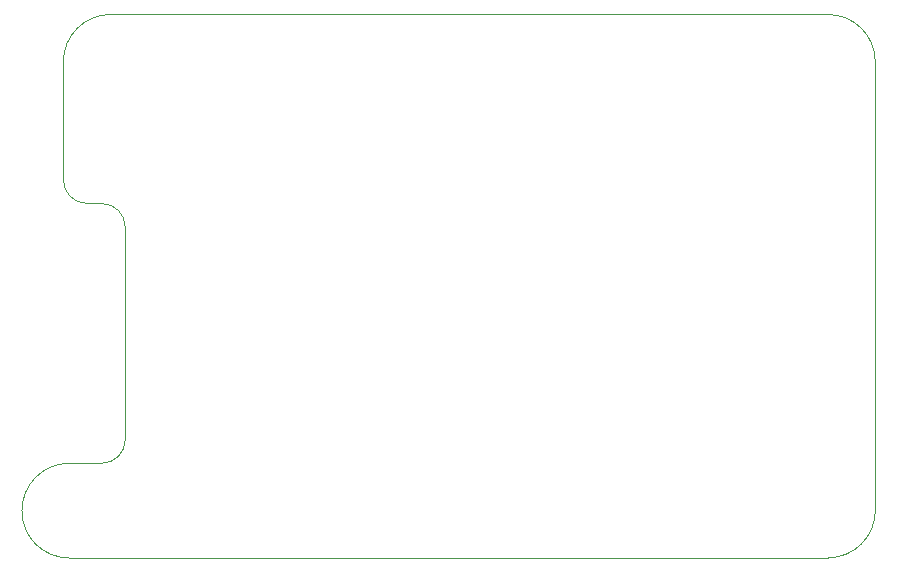
<source format=gm1>
G04 #@! TF.GenerationSoftware,KiCad,Pcbnew,(6.0.5-0)*
G04 #@! TF.CreationDate,2023-06-15T15:10:14-04:00*
G04 #@! TF.ProjectId,stratoconnect,73747261-746f-4636-9f6e-6e6563742e6b,rev?*
G04 #@! TF.SameCoordinates,Original*
G04 #@! TF.FileFunction,Profile,NP*
%FSLAX46Y46*%
G04 Gerber Fmt 4.6, Leading zero omitted, Abs format (unit mm)*
G04 Created by KiCad (PCBNEW (6.0.5-0)) date 2023-06-15 15:10:14*
%MOMM*%
%LPD*%
G01*
G04 APERTURE LIST*
G04 #@! TA.AperFunction,Profile*
%ADD10C,0.100000*%
G04 #@! TD*
G04 APERTURE END LIST*
D10*
X201000000Y-47250000D02*
X167750000Y-47250000D01*
X144750000Y-83250000D02*
X144750000Y-65250000D01*
X140000000Y-85250000D02*
G75*
G03*
X136000000Y-89250000I0J-4000000D01*
G01*
X143500000Y-47250000D02*
G75*
G03*
X139500000Y-51250000I0J-4000000D01*
G01*
X144750000Y-65250000D02*
G75*
G03*
X142750000Y-63250000I-2000000J0D01*
G01*
X201000000Y-93250000D02*
X204250000Y-93250000D01*
X143500000Y-47250000D02*
X167750000Y-47250000D01*
X139500000Y-61250000D02*
G75*
G03*
X141500000Y-63250000I2000000J0D01*
G01*
X208250000Y-89250000D02*
X208250000Y-51250000D01*
X204250000Y-93250000D02*
G75*
G03*
X208250000Y-89250000I0J4000000D01*
G01*
X201000000Y-93250000D02*
X146000000Y-93250000D01*
X204250000Y-47250000D02*
X201000000Y-47250000D01*
X142750000Y-85250000D02*
G75*
G03*
X144750000Y-83250000I0J2000000D01*
G01*
X141500000Y-63250000D02*
X142750000Y-63250000D01*
X208250000Y-51250000D02*
G75*
G03*
X204250000Y-47250000I-4000000J0D01*
G01*
X140000000Y-85250000D02*
X142750000Y-85250000D01*
X139500000Y-51250000D02*
X139500000Y-61250000D01*
X146000000Y-93250000D02*
X140000000Y-93250000D01*
X136000000Y-89250000D02*
G75*
G03*
X140000000Y-93250000I3950300J-49700D01*
G01*
M02*

</source>
